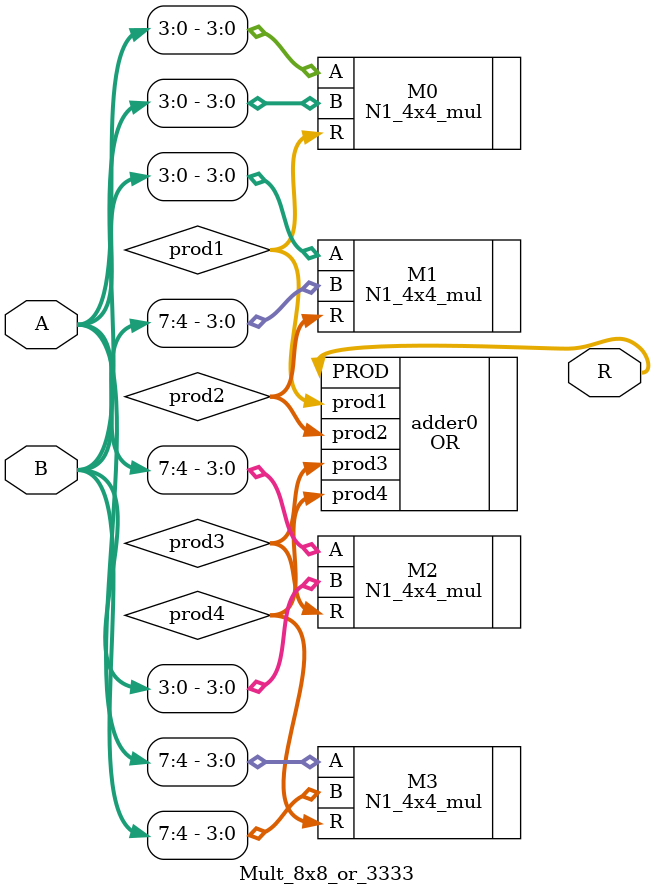
<source format=v>
module Mult_8x8_or_3333(
input [7:0] A,
input [7:0] B,
output [15:0]R
);
wire [7:0]prod1;
wire [7:0]prod2;
wire [7:0]prod3;
wire [7:0]prod4;

N1_4x4_mul M0(.A(A[3:0]),.B(B[3:0]),.R(prod1));
N1_4x4_mul M1(.A(A[3:0]),.B(B[7:4]),.R(prod2));
N1_4x4_mul M2(.A(A[7:4]),.B(B[3:0]),.R(prod3));
N1_4x4_mul M3(.A(A[7:4]),.B(B[7:4]),.R(prod4));
OR adder0(.prod1(prod1),.prod2(prod2),.prod3(prod3),.prod4(prod4),.PROD(R));
endmodule

</source>
